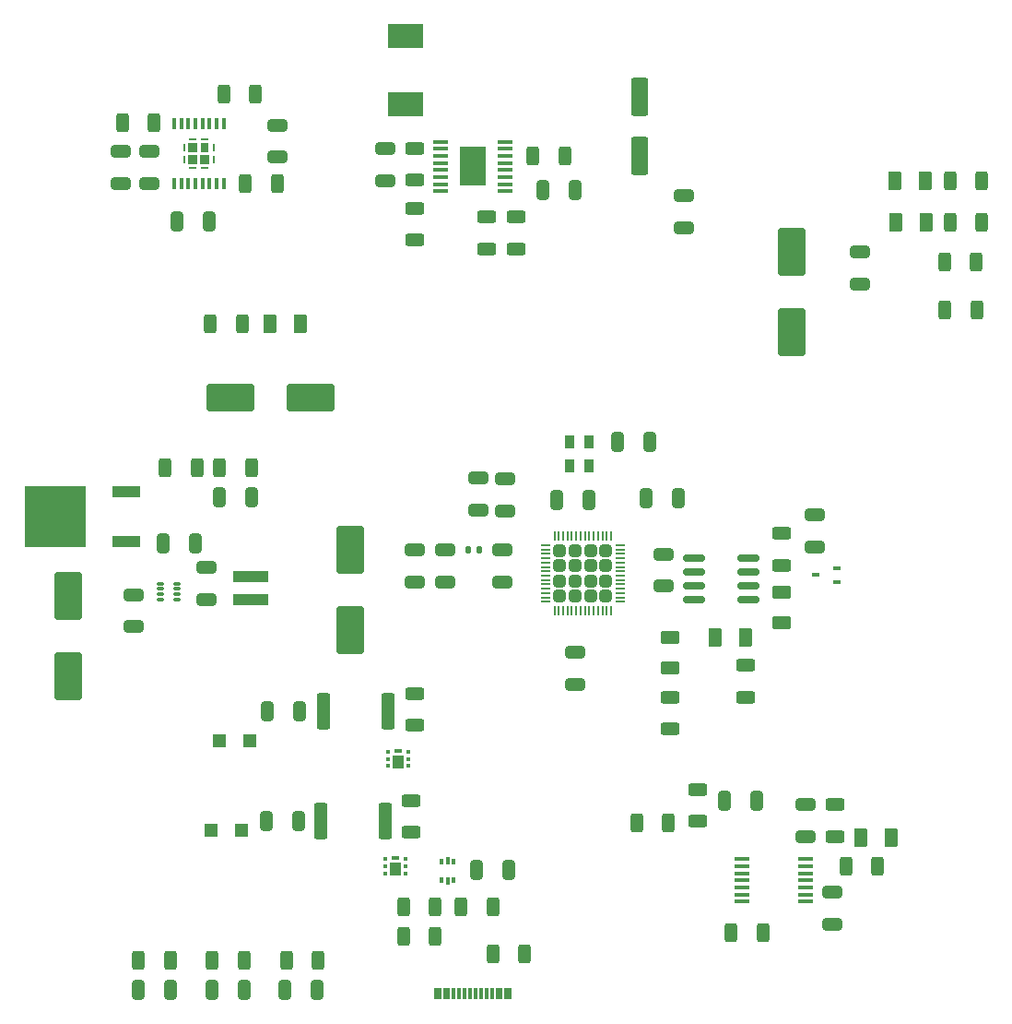
<source format=gbr>
%TF.GenerationSoftware,KiCad,Pcbnew,8.0.0*%
%TF.CreationDate,2024-03-30T13:43:13+01:00*%
%TF.ProjectId,schematic-main_HCU,73636865-6d61-4746-9963-2d6d61696e5f,rev?*%
%TF.SameCoordinates,Original*%
%TF.FileFunction,Paste,Top*%
%TF.FilePolarity,Positive*%
%FSLAX46Y46*%
G04 Gerber Fmt 4.6, Leading zero omitted, Abs format (unit mm)*
G04 Created by KiCad (PCBNEW 8.0.0) date 2024-03-30 13:43:13*
%MOMM*%
%LPD*%
G01*
G04 APERTURE LIST*
G04 Aperture macros list*
%AMRoundRect*
0 Rectangle with rounded corners*
0 $1 Rounding radius*
0 $2 $3 $4 $5 $6 $7 $8 $9 X,Y pos of 4 corners*
0 Add a 4 corners polygon primitive as box body*
4,1,4,$2,$3,$4,$5,$6,$7,$8,$9,$2,$3,0*
0 Add four circle primitives for the rounded corners*
1,1,$1+$1,$2,$3*
1,1,$1+$1,$4,$5*
1,1,$1+$1,$6,$7*
1,1,$1+$1,$8,$9*
0 Add four rect primitives between the rounded corners*
20,1,$1+$1,$2,$3,$4,$5,0*
20,1,$1+$1,$4,$5,$6,$7,0*
20,1,$1+$1,$6,$7,$8,$9,0*
20,1,$1+$1,$8,$9,$2,$3,0*%
G04 Aperture macros list end*
%ADD10RoundRect,0.250000X-0.650000X0.325000X-0.650000X-0.325000X0.650000X-0.325000X0.650000X0.325000X0*%
%ADD11RoundRect,0.250000X0.650000X-0.325000X0.650000X0.325000X-0.650000X0.325000X-0.650000X-0.325000X0*%
%ADD12RoundRect,0.250000X0.375000X0.625000X-0.375000X0.625000X-0.375000X-0.625000X0.375000X-0.625000X0*%
%ADD13R,1.200000X1.200000*%
%ADD14RoundRect,0.250000X0.625000X-0.312500X0.625000X0.312500X-0.625000X0.312500X-0.625000X-0.312500X0*%
%ADD15RoundRect,0.250000X-0.625000X0.312500X-0.625000X-0.312500X0.625000X-0.312500X0.625000X0.312500X0*%
%ADD16RoundRect,0.250000X0.312500X0.625000X-0.312500X0.625000X-0.312500X-0.625000X0.312500X-0.625000X0*%
%ADD17RoundRect,0.250000X0.325000X0.650000X-0.325000X0.650000X-0.325000X-0.650000X0.325000X-0.650000X0*%
%ADD18R,0.430000X0.350000*%
%ADD19R,1.100000X1.250000*%
%ADD20R,0.660000X0.350000*%
%ADD21RoundRect,0.250000X-0.325000X-0.650000X0.325000X-0.650000X0.325000X0.650000X-0.325000X0.650000X0*%
%ADD22RoundRect,0.250000X-1.000000X1.950000X-1.000000X-1.950000X1.000000X-1.950000X1.000000X1.950000X0*%
%ADD23RoundRect,0.250000X-0.312500X-0.625000X0.312500X-0.625000X0.312500X0.625000X-0.312500X0.625000X0*%
%ADD24RoundRect,0.250000X0.550000X-1.500000X0.550000X1.500000X-0.550000X1.500000X-0.550000X-1.500000X0*%
%ADD25R,3.200000X1.100000*%
%ADD26R,0.300000X1.100000*%
%ADD27RoundRect,0.250000X-0.315000X-0.315000X0.315000X-0.315000X0.315000X0.315000X-0.315000X0.315000X0*%
%ADD28RoundRect,0.050000X-0.387500X-0.050000X0.387500X-0.050000X0.387500X0.050000X-0.387500X0.050000X0*%
%ADD29RoundRect,0.050000X-0.050000X-0.387500X0.050000X-0.387500X0.050000X0.387500X-0.050000X0.387500X0*%
%ADD30RoundRect,0.050000X-0.285000X-0.100000X0.285000X-0.100000X0.285000X0.100000X-0.285000X0.100000X0*%
%ADD31R,0.375000X0.500000*%
%ADD32R,0.300000X0.650000*%
%ADD33R,1.475000X0.450000*%
%ADD34R,2.460000X3.550000*%
%ADD35R,2.600000X1.060000*%
%ADD36R,5.700000X5.632000*%
%ADD37RoundRect,0.250000X-0.625000X0.375000X-0.625000X-0.375000X0.625000X-0.375000X0.625000X0.375000X0*%
%ADD38RoundRect,0.250000X-0.362500X-1.425000X0.362500X-1.425000X0.362500X1.425000X-0.362500X1.425000X0*%
%ADD39R,0.800000X0.250000*%
%ADD40R,0.250000X0.800000*%
%ADD41R,0.800000X0.850000*%
%ADD42R,0.850000X0.850000*%
%ADD43R,0.450000X1.050000*%
%ADD44RoundRect,0.250000X0.625000X-0.375000X0.625000X0.375000X-0.625000X0.375000X-0.625000X-0.375000X0*%
%ADD45RoundRect,0.250000X1.950000X1.000000X-1.950000X1.000000X-1.950000X-1.000000X1.950000X-1.000000X0*%
%ADD46R,0.950000X1.200000*%
%ADD47RoundRect,0.150000X-0.825000X-0.150000X0.825000X-0.150000X0.825000X0.150000X-0.825000X0.150000X0*%
%ADD48RoundRect,0.250000X-0.375000X-0.625000X0.375000X-0.625000X0.375000X0.625000X-0.375000X0.625000X0*%
%ADD49R,0.700000X0.450000*%
%ADD50RoundRect,0.147500X-0.147500X-0.172500X0.147500X-0.172500X0.147500X0.172500X-0.147500X0.172500X0*%
%ADD51R,3.200400X2.173999*%
G04 APERTURE END LIST*
D10*
%TO.C,C17*%
X99100000Y-103925000D03*
X99100000Y-106875000D03*
%TD*%
D11*
%TO.C,C34*%
X64055000Y-70300000D03*
X64055000Y-67350000D03*
%TD*%
%TO.C,C26*%
X126945200Y-130235950D03*
X126945200Y-127285950D03*
%TD*%
D12*
%TO.C,D4*%
X121500000Y-112000000D03*
X118700000Y-112000000D03*
%TD*%
D10*
%TO.C,C15*%
X91100000Y-103925000D03*
X91100000Y-106875000D03*
%TD*%
D13*
%TO.C,D7*%
X73150000Y-121450000D03*
X75950000Y-121450000D03*
%TD*%
D11*
%TO.C,C19*%
X96900000Y-100275000D03*
X96900000Y-97325000D03*
%TD*%
D14*
%TO.C,R29*%
X90700000Y-129862500D03*
X90700000Y-126937500D03*
%TD*%
D15*
%TO.C,R11*%
X97700000Y-73387500D03*
X97700000Y-76312500D03*
%TD*%
%TO.C,R5*%
X91038000Y-67087500D03*
X91038000Y-70012500D03*
%TD*%
D16*
%TO.C,R25*%
X143162500Y-70100000D03*
X140237500Y-70100000D03*
%TD*%
D14*
%TO.C,R18*%
X124800000Y-105362500D03*
X124800000Y-102437500D03*
%TD*%
D17*
%TO.C,C6*%
X76075000Y-99125000D03*
X73125000Y-99125000D03*
%TD*%
D10*
%TO.C,C3*%
X65200000Y-108050000D03*
X65200000Y-111000000D03*
%TD*%
D18*
%TO.C,MOSFET2*%
X90235000Y-133625000D03*
X90235000Y-132975000D03*
X90235000Y-132325000D03*
X88365000Y-132325000D03*
X88365000Y-132975000D03*
X88365000Y-133625000D03*
D19*
X89300000Y-133260000D03*
D20*
X89300000Y-132200000D03*
%TD*%
D21*
%TO.C,C11*%
X112325000Y-99200000D03*
X115275000Y-99200000D03*
%TD*%
D22*
%TO.C,C2*%
X59200000Y-108125000D03*
X59200000Y-115525000D03*
%TD*%
D23*
%TO.C,R3*%
X98237500Y-141000000D03*
X101162500Y-141000000D03*
%TD*%
D21*
%TO.C,C36*%
X69200000Y-73825000D03*
X72150000Y-73825000D03*
%TD*%
D16*
%TO.C,R15*%
X142662500Y-77500000D03*
X139737500Y-77500000D03*
%TD*%
D12*
%TO.C,R36*%
X137960000Y-70100000D03*
X135160000Y-70100000D03*
%TD*%
D23*
%TO.C,R2*%
X95337500Y-136700000D03*
X98262500Y-136700000D03*
%TD*%
D16*
%TO.C,R16*%
X133607700Y-132960950D03*
X130682700Y-132960950D03*
%TD*%
D12*
%TO.C,R35*%
X138060000Y-73900000D03*
X135260000Y-73900000D03*
%TD*%
D16*
%TO.C,R14*%
X142700000Y-81900000D03*
X139775000Y-81900000D03*
%TD*%
D10*
%TO.C,C16*%
X93900000Y-103925000D03*
X93900000Y-106875000D03*
%TD*%
D24*
%TO.C,C5*%
X111700000Y-67750000D03*
X111700000Y-62350000D03*
%TD*%
D25*
%TO.C,L1*%
X76000000Y-108525000D03*
X76000000Y-106425000D03*
%TD*%
D26*
%TO.C,P1*%
X93050000Y-144650000D03*
X93850000Y-144650000D03*
X95150000Y-144650000D03*
X96150000Y-144650000D03*
X96650000Y-144650000D03*
X97650000Y-144650000D03*
X98950000Y-144650000D03*
X99750000Y-144650000D03*
X99450000Y-144650000D03*
X98650000Y-144650000D03*
X98150000Y-144650000D03*
X97150000Y-144650000D03*
X95650000Y-144650000D03*
X94650000Y-144650000D03*
X94150000Y-144650000D03*
X93350000Y-144650000D03*
%TD*%
D11*
%TO.C,C37*%
X78475000Y-67900000D03*
X78475000Y-64950000D03*
%TD*%
D27*
%TO.C,U4*%
X104400000Y-104000000D03*
X104400000Y-105400000D03*
X104400000Y-106800000D03*
X104400000Y-108200000D03*
X105800000Y-104000000D03*
X105800000Y-105400000D03*
X105800000Y-106800000D03*
X105800000Y-108200000D03*
X107200000Y-104000000D03*
X107200000Y-105400000D03*
X107200000Y-106800000D03*
X107200000Y-108200000D03*
X108600000Y-104000000D03*
X108600000Y-105400000D03*
X108600000Y-106800000D03*
X108600000Y-108200000D03*
D28*
X103062500Y-103500000D03*
X103062500Y-103900000D03*
X103062500Y-104300000D03*
X103062500Y-104700000D03*
X103062500Y-105100000D03*
X103062500Y-105500000D03*
X103062500Y-105900000D03*
X103062500Y-106300000D03*
X103062500Y-106700000D03*
X103062500Y-107100000D03*
X103062500Y-107500000D03*
X103062500Y-107900000D03*
X103062500Y-108300000D03*
X103062500Y-108700000D03*
D29*
X103900000Y-109537500D03*
X104300000Y-109537500D03*
X104700000Y-109537500D03*
X105100000Y-109537500D03*
X105500000Y-109537500D03*
X105900000Y-109537500D03*
X106300000Y-109537500D03*
X106700000Y-109537500D03*
X107100000Y-109537500D03*
X107500000Y-109537500D03*
X107900000Y-109537500D03*
X108300000Y-109537500D03*
X108700000Y-109537500D03*
X109100000Y-109537500D03*
D28*
X109937500Y-108700000D03*
X109937500Y-108300000D03*
X109937500Y-107900000D03*
X109937500Y-107500000D03*
X109937500Y-107100000D03*
X109937500Y-106700000D03*
X109937500Y-106300000D03*
X109937500Y-105900000D03*
X109937500Y-105500000D03*
X109937500Y-105100000D03*
X109937500Y-104700000D03*
X109937500Y-104300000D03*
X109937500Y-103900000D03*
X109937500Y-103500000D03*
D29*
X109100000Y-102662500D03*
X108700000Y-102662500D03*
X108300000Y-102662500D03*
X107900000Y-102662500D03*
X107500000Y-102662500D03*
X107100000Y-102662500D03*
X106700000Y-102662500D03*
X106300000Y-102662500D03*
X105900000Y-102662500D03*
X105500000Y-102662500D03*
X105100000Y-102662500D03*
X104700000Y-102662500D03*
X104300000Y-102662500D03*
X103900000Y-102662500D03*
%TD*%
D10*
%TO.C,C4*%
X71900000Y-105550000D03*
X71900000Y-108500000D03*
%TD*%
D30*
%TO.C,U2*%
X67720000Y-107025000D03*
X67720000Y-107525000D03*
X67720000Y-108025000D03*
X67720000Y-108525000D03*
X69200000Y-108525000D03*
X69200000Y-108025000D03*
X69200000Y-107525000D03*
X69200000Y-107025000D03*
%TD*%
D15*
%TO.C,R31*%
X117100000Y-125937500D03*
X117100000Y-128862500D03*
%TD*%
%TO.C,R20*%
X121500000Y-114537500D03*
X121500000Y-117462500D03*
%TD*%
D16*
%TO.C,R6*%
X104862500Y-67750000D03*
X101937500Y-67750000D03*
%TD*%
D21*
%TO.C,C31*%
X77546900Y-118778100D03*
X80496900Y-118778100D03*
%TD*%
D16*
%TO.C,R23*%
X82200000Y-141612500D03*
X79275000Y-141612500D03*
%TD*%
D10*
%TO.C,C29*%
X115764198Y-71407000D03*
X115764198Y-74357000D03*
%TD*%
D31*
%TO.C,U3*%
X93562500Y-134250000D03*
D32*
X94100000Y-134325000D03*
D31*
X94637500Y-134250000D03*
X94637500Y-132550000D03*
D32*
X94100000Y-132475000D03*
D31*
X93562500Y-132550000D03*
%TD*%
D11*
%TO.C,C23*%
X113900000Y-107275000D03*
X113900000Y-104325000D03*
%TD*%
D33*
%TO.C,IC2*%
X93462000Y-66475000D03*
X93462000Y-67125000D03*
X93462000Y-67775000D03*
X93462000Y-68425000D03*
X93462000Y-69075000D03*
X93462000Y-69725000D03*
X93462000Y-70375000D03*
X93462000Y-71025000D03*
X99338000Y-71025000D03*
X99338000Y-70375000D03*
X99338000Y-69725000D03*
X99338000Y-69075000D03*
X99338000Y-68425000D03*
X99338000Y-67775000D03*
X99338000Y-67125000D03*
X99338000Y-66475000D03*
D34*
X96400000Y-68750000D03*
%TD*%
D33*
%TO.C,IC1*%
X126983200Y-136210950D03*
X126983200Y-135560950D03*
X126983200Y-134910950D03*
X126983200Y-134260950D03*
X126983200Y-133610950D03*
X126983200Y-132960950D03*
X126983200Y-132310950D03*
X121107200Y-132310950D03*
X121107200Y-132960950D03*
X121107200Y-133610950D03*
X121107200Y-134260950D03*
X121107200Y-134910950D03*
X121107200Y-135560950D03*
X121107200Y-136210950D03*
%TD*%
D16*
%TO.C,R1*%
X92962500Y-136700000D03*
X90037500Y-136700000D03*
%TD*%
D18*
%TO.C,MOSFET1*%
X90491900Y-123778100D03*
X90491900Y-123128100D03*
X90491900Y-122478100D03*
X88621900Y-122478100D03*
X88621900Y-123128100D03*
X88621900Y-123778100D03*
D19*
X89556900Y-123413100D03*
D20*
X89556900Y-122353100D03*
%TD*%
D35*
%TO.C,D2*%
X64579500Y-103186000D03*
X64579500Y-98614000D03*
D36*
X58029500Y-100900000D03*
%TD*%
D21*
%TO.C,C20*%
X96725000Y-133300000D03*
X99675000Y-133300000D03*
%TD*%
D37*
%TO.C,R19*%
X124800000Y-107800000D03*
X124800000Y-110600000D03*
%TD*%
D17*
%TO.C,C25*%
X82112500Y-144312500D03*
X79162500Y-144312500D03*
%TD*%
D38*
%TO.C,R30*%
X82437500Y-128800000D03*
X88362500Y-128800000D03*
%TD*%
D39*
%TO.C,U6*%
X71800000Y-66225000D03*
X70700000Y-66225000D03*
D40*
X72575000Y-67000000D03*
D41*
X71800000Y-67000000D03*
D42*
X70700000Y-67000000D03*
D40*
X69925000Y-67000000D03*
X72575000Y-68100000D03*
D42*
X71800000Y-68100000D03*
X70700000Y-68100000D03*
D40*
X69925000Y-68100000D03*
D39*
X71800000Y-68875000D03*
X70700000Y-68875000D03*
D43*
X73525000Y-64775000D03*
X72875000Y-64775000D03*
X72225000Y-64775000D03*
X71575000Y-64775000D03*
X70925000Y-64775000D03*
X70275000Y-64775000D03*
X69625000Y-64775000D03*
X68975000Y-64775000D03*
X68975000Y-70325000D03*
X69625000Y-70325000D03*
X70275000Y-70325000D03*
X70925000Y-70325000D03*
X71575000Y-70325000D03*
X72225000Y-70325000D03*
X72875000Y-70325000D03*
X73525000Y-70325000D03*
%TD*%
D16*
%TO.C,R12*%
X68600000Y-141612500D03*
X65675000Y-141612500D03*
%TD*%
D14*
%TO.C,R27*%
X91100000Y-120024850D03*
X91100000Y-117099850D03*
%TD*%
D15*
%TO.C,R8*%
X91038000Y-72587500D03*
X91038000Y-75512500D03*
%TD*%
D44*
%TO.C,D5*%
X114500000Y-114800000D03*
X114500000Y-112000000D03*
%TD*%
D21*
%TO.C,C21*%
X109725000Y-94000000D03*
X112675000Y-94000000D03*
%TD*%
D38*
%TO.C,R28*%
X82659400Y-118778100D03*
X88584400Y-118778100D03*
%TD*%
D14*
%TO.C,R32*%
X129645200Y-130223450D03*
X129645200Y-127298450D03*
%TD*%
D11*
%TO.C,C18*%
X99400000Y-100375000D03*
X99400000Y-97425000D03*
%TD*%
D16*
%TO.C,R34*%
X67137500Y-64725000D03*
X64212500Y-64725000D03*
%TD*%
D45*
%TO.C,C7*%
X81500000Y-90000000D03*
X74100000Y-90000000D03*
%TD*%
D17*
%TO.C,C22*%
X107075000Y-99400000D03*
X104125000Y-99400000D03*
%TD*%
D16*
%TO.C,R22*%
X75212500Y-83150000D03*
X72287500Y-83150000D03*
%TD*%
D46*
%TO.C,Y1*%
X105325000Y-94000000D03*
X105325000Y-96200000D03*
X107075000Y-96200000D03*
X107075000Y-94000000D03*
%TD*%
D23*
%TO.C,R33*%
X73512500Y-62125000D03*
X76437500Y-62125000D03*
%TD*%
%TO.C,R38*%
X120137500Y-139100000D03*
X123062500Y-139100000D03*
%TD*%
D47*
%TO.C,U5*%
X116725000Y-104695000D03*
X116725000Y-105965000D03*
X116725000Y-107235000D03*
X116725000Y-108505000D03*
X121675000Y-108505000D03*
X121675000Y-107235000D03*
X121675000Y-105965000D03*
X121675000Y-104695000D03*
%TD*%
D23*
%TO.C,R26*%
X111437500Y-129000000D03*
X114362500Y-129000000D03*
%TD*%
D21*
%TO.C,C9*%
X102825000Y-70950000D03*
X105775000Y-70950000D03*
%TD*%
D17*
%TO.C,C13*%
X75412500Y-144312500D03*
X72462500Y-144312500D03*
%TD*%
D16*
%TO.C,R24*%
X143162500Y-73900000D03*
X140237500Y-73900000D03*
%TD*%
D10*
%TO.C,C28*%
X131964198Y-76607000D03*
X131964198Y-79557000D03*
%TD*%
D16*
%TO.C,R7*%
X76062500Y-96425000D03*
X73137500Y-96425000D03*
%TD*%
D22*
%TO.C,C14*%
X85100000Y-103900000D03*
X85100000Y-111300000D03*
%TD*%
D10*
%TO.C,C10*%
X105800000Y-113325000D03*
X105800000Y-116275000D03*
%TD*%
D15*
%TO.C,R10*%
X100400000Y-73387500D03*
X100400000Y-76312500D03*
%TD*%
D21*
%TO.C,C30*%
X119525000Y-127000000D03*
X122475000Y-127000000D03*
%TD*%
D22*
%TO.C,C27*%
X125724198Y-76569000D03*
X125724198Y-83969000D03*
%TD*%
D21*
%TO.C,C32*%
X77425000Y-128800000D03*
X80375000Y-128800000D03*
%TD*%
D13*
%TO.C,D8*%
X72330000Y-129650000D03*
X75130000Y-129650000D03*
%TD*%
D10*
%TO.C,C1*%
X88338000Y-67075000D03*
X88338000Y-70025000D03*
%TD*%
D16*
%TO.C,R9*%
X71062500Y-96425000D03*
X68137500Y-96425000D03*
%TD*%
D17*
%TO.C,C8*%
X70925000Y-103350000D03*
X67975000Y-103350000D03*
%TD*%
D48*
%TO.C,R17*%
X132045200Y-130360950D03*
X134845200Y-130360950D03*
%TD*%
D49*
%TO.C,D3*%
X129878100Y-106884250D03*
X129878100Y-105584250D03*
X127878100Y-106234250D03*
%TD*%
D23*
%TO.C,R37*%
X75512500Y-70325000D03*
X78437500Y-70325000D03*
%TD*%
D11*
%TO.C,C24*%
X127778100Y-103659250D03*
X127778100Y-100709250D03*
%TD*%
D48*
%TO.C,D6*%
X77750000Y-83150000D03*
X80550000Y-83150000D03*
%TD*%
D15*
%TO.C,R21*%
X114500000Y-117437500D03*
X114500000Y-120362500D03*
%TD*%
D11*
%TO.C,C35*%
X66675000Y-70300000D03*
X66675000Y-67350000D03*
%TD*%
D10*
%TO.C,C33*%
X129445200Y-135385950D03*
X129445200Y-138335950D03*
%TD*%
D50*
%TO.C,L2*%
X96015000Y-103900000D03*
X96985000Y-103900000D03*
%TD*%
D16*
%TO.C,R4*%
X92962500Y-139400000D03*
X90037500Y-139400000D03*
%TD*%
%TO.C,R13*%
X75400000Y-141612500D03*
X72475000Y-141612500D03*
%TD*%
D17*
%TO.C,C12*%
X68612500Y-144312500D03*
X65662500Y-144312500D03*
%TD*%
D51*
%TO.C,D1*%
X90200000Y-63027002D03*
X90200000Y-56772998D03*
%TD*%
M02*

</source>
